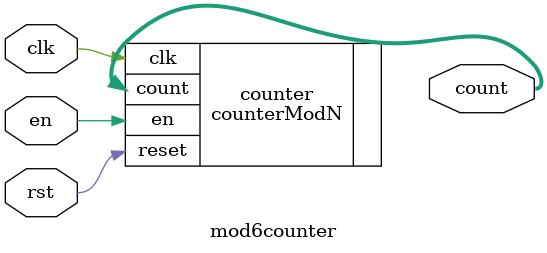
<source format=v>
`timescale 1ns / 1ps

module mod6counter (input clk, rst, input en, output [2:0]count);
wire clk_out;

//clockDivider #(50000000) cd( .clk(clk), .rst(rst), .clk_out(clk_out));
counterModN #(3,6) counter(.clk(clk), .reset(rst),  .en(en),  .count(count));

 
endmodule

</source>
